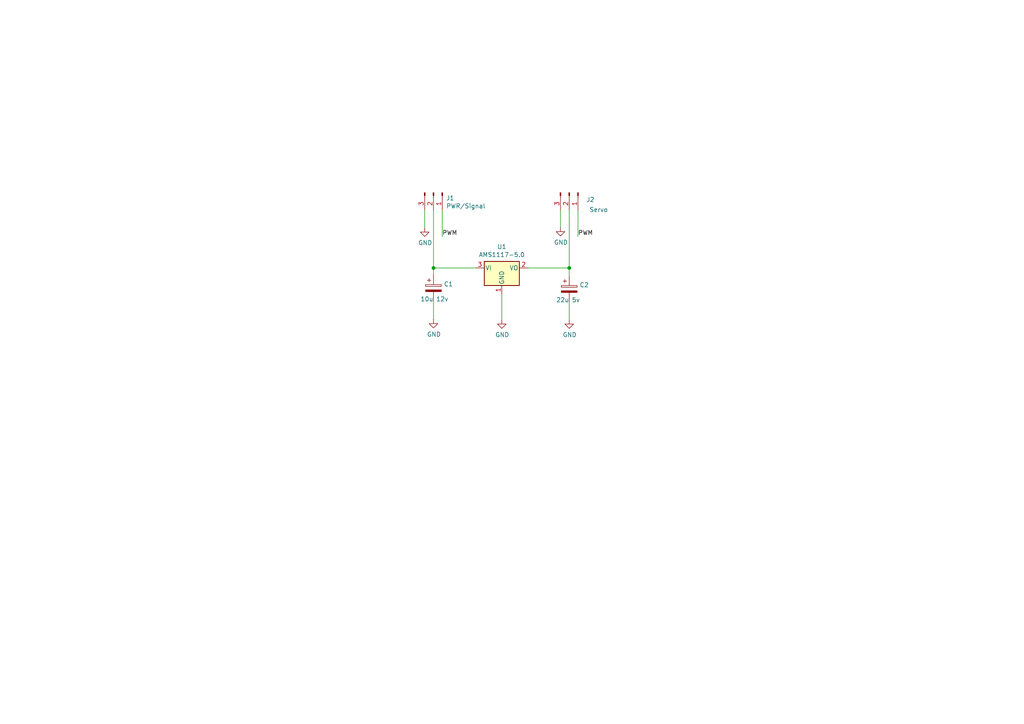
<source format=kicad_sch>
(kicad_sch (version 20230121) (generator eeschema)
  (paper "A4")
  (title_block (title "12v Servo Driver Module") (date "2022-09-19") (rev "A") (company "theworkisthework") (comment 1 "Licence MIT"))
  (lib_symbols
    (symbol "12v_servo_driver-rescue:CP-Device" (pin_numbers hide) (pin_names (offset 0.254))
      (property "Reference" "C" (at 0.635 2.54 0))
      (property "Value" "Device_CP" (at 0.635 -2.54 0))
      (symbol "CP-Device_0_1"
        (rectangle (start -2.286 0.508) (end 2.286 1.016))
        (polyline (pts (xy -1.778 2.286) (xy -0.762 2.286)))
        (polyline (pts (xy -1.27 2.794) (xy -1.27 1.778)))
        (rectangle (start 2.286 -0.508) (end -2.286 -1.016) (fill (type outline)))
      )
      (symbol "CP-Device_1_1"
        (pin passive line (at 0 3.81 270) (length 2.794) (name "~") (number "1"))
        (pin passive line (at 0 -3.81 90) (length 2.794) (name "~") (number "2"))
      )
    )
    (symbol "12v_servo_driver-rescue:Conn_01x03_Male-Connector" (pin_names (offset 1.016) hide)
      (property "Reference" "J" (at 0 5.08 0))
      (property "Value" "Connector_Conn_01x03_Male" (at 0 -5.08 0))
      (symbol "Conn_01x03_Male-Connector_1_1"
        (polyline (pts (xy 1.27 -2.54) (xy 0.8636 -2.54)) (stroke (width 0.1524)))
        (polyline (pts (xy 1.27 0) (xy 0.8636 0)) (stroke (width 0.1524)))
        (polyline (pts (xy 1.27 2.54) (xy 0.8636 2.54)) (stroke (width 0.1524)))
        (rectangle (start 0.8636 -2.413) (end 0 -2.667) (stroke (width 0.1524)) (fill (type outline)))
        (rectangle (start 0.8636 0.127) (end 0 -0.127) (stroke (width 0.1524)) (fill (type outline)))
        (rectangle (start 0.8636 2.667) (end 0 2.413) (stroke (width 0.1524)) (fill (type outline)))
        (pin passive line (at 5.08 2.54 180) (length 3.81) (name "Pin_1") (number "1"))
        (pin passive line (at 5.08 0 180) (length 3.81) (name "Pin_2") (number "2"))
        (pin passive line (at 5.08 -2.54 180) (length 3.81) (name "Pin_3") (number "3"))
      )
    )
    (symbol "Regulator_Linear:AZ1117-5.0" (pin_names (offset 0.254))
      (property "Reference" "U" (at -3.81 3.175 0))
      (property "Value" "AZ1117-5.0" (at 0 3.175 0))
      (symbol "AZ1117-5.0_0_1"
        (rectangle (start -5.08 1.905) (end 5.08 -5.08) (stroke (width 0.254)) (fill (type background)))
      )
      (symbol "AZ1117-5.0_1_1"
        (pin power_in line (at 0 -7.62 90) (length 2.54) (name "GND") (number "1"))
        (pin power_out line (at 7.62 0 180) (length 2.54) (name "VO") (number "2"))
        (pin power_in line (at -7.62 0 0) (length 2.54) (name "VI") (number "3"))
      )
    )
    (symbol "power:GND" (power) (pin_names (offset 0))
      (property "Value" "GND" (at 0 -3.81 0))
      (symbol "GND_0_1"
        (polyline (pts (xy 0 0) (xy 0 -1.27) (xy 1.27 -1.27) (xy 0 -2.54) (xy -1.27 -1.27) (xy 0 -1.27)))
      )
      (symbol "GND_1_1"
        (pin power_in line (at 0 0 270) (length 0) hide (name "GND") (number "1"))
      )
    )
  )
  (junction (at 125.73 77.724))
  (junction (at 165.1 77.724))
  (wire (pts (xy 165.1 60.96) (xy 165.1 77.724)))
  (wire (pts (xy 123.19 60.96) (xy 123.19 66.04)))
  (wire (pts (xy 153.162 77.724) (xy 165.1 77.724)))
  (wire (pts (xy 165.1 80.01) (xy 165.1 77.724)))
  (wire (pts (xy 125.73 77.724) (xy 137.922 77.724)))
  (wire (pts (xy 125.73 79.756) (xy 125.73 77.724)))
  (wire (pts (xy 125.73 87.376) (xy 125.73 92.583)))
  (wire (pts (xy 162.56 60.96) (xy 162.56 65.913)))
  (wire (pts (xy 167.64 60.96) (xy 167.64 68.58)))
  (wire (pts (xy 125.73 60.96) (xy 125.73 77.724)))
  (wire (pts (xy 128.27 60.96) (xy 128.27 68.58)))
  (wire (pts (xy 145.542 85.344) (xy 145.542 92.71)))
  (wire (pts (xy 165.1 87.63) (xy 165.1 92.71)))
  (label "PWM" (at 128.27 68.58 0))
  (label "PWM" (at 167.64 68.58 0))
  (symbol (lib_id "12v_servo_driver-rescue:Conn_01x03_Male-Connector") (at 165.1 55.88 270) (unit 1)
    (property "Reference" "J2" (at 170.053 57.912 90) (effects (justify left)))
    (property "Value" "Servo" (at 170.942 60.833 90) (effects (justify left)))
    (property "Footprint" "Connector_PinHeader_2.54mm:PinHeader_1x03_P2.54mm_Horizontal" (effects hide))
    (property "LCSC" "C8886" (effects hide))
  )
  (symbol (lib_id "power:GND") (at 165.1 92.71 0) (unit 1)
    (property "Reference" "#PWR0103" (effects hide))
    (property "Value" "GND" (at 165.227 97.1042 0))
  )
  (symbol (lib_id "power:GND") (at 123.19 66.04 0) (unit 1)
    (property "Reference" "#PWR0105" (effects hide))
    (property "Value" "GND" (at 123.317 70.4342 0))
  )
  (symbol (lib_id "12v_servo_driver-rescue:CP-Device") (at 125.73 83.566 0) (unit 1)
    (property "Reference" "C1" (at 128.7272 82.3976 0) (effects (justify left)))
    (property "Value" "10u 12v" (at 121.92 86.741 0) (effects (justify left)))
    (property "Footprint" "Capacitor_Tantalum_SMD:CP_EIA-3528-21_Kemet-B" (effects hide))
    (property "LCSC" "C117028" (effects hide))
  )
  (symbol (lib_id "power:GND") (at 125.73 92.583 0) (unit 1)
    (property "Reference" "#PWR01" (effects hide))
    (property "Value" "GND" (at 125.857 96.9772 0))
  )
  (symbol (lib_id "12v_servo_driver-rescue:Conn_01x03_Male-Connector") (at 125.73 55.88 270) (unit 1)
    (property "Reference" "J1" (at 129.3876 57.4548 90) (effects (justify left)))
    (property "Value" "PWR/Signal" (at 129.3876 59.7662 90) (effects (justify left)))
    (property "Footprint" "Connector_JST:JST_PH_S3B-PH-K_1x03_P2.00mm_Horizontal" (effects hide))
    (property "LCSC" "C146083" (effects hide))
  )
  (symbol (lib_id "12v_servo_driver-rescue:CP-Device") (at 165.1 83.82 0) (unit 1)
    (property "Reference" "C2" (at 168.0972 82.6516 0) (effects (justify left)))
    (property "Value" "22u 5v" (at 161.29 86.995 0) (effects (justify left)))
    (property "Footprint" "Capacitor_Tantalum_SMD:CP_EIA-3528-21_Kemet-B" (effects hide))
    (property "LCSC" "C2798070" (effects hide))
  )
  (symbol (lib_id "Regulator_Linear:AZ1117-5.0") (at 145.542 77.724 0) (unit 1)
    (property "Reference" "U1" (at 145.542 71.5772 0))
    (property "Value" "AMS1117-5.0" (at 145.542 73.8886 0))
    (property "Footprint" "Package_TO_SOT_SMD:SOT-223" (effects hide))
    (property "Datasheet" "https://datasheet.lcsc.com/lcsc/2110111730_UMW-Youtai-Semiconductor-Co---Ltd--AMS1117-5-0_C347223.pdf" (effects hide))
    (property "LCSC" "C347223" (effects hide))
  )
  (symbol (lib_id "power:GND") (at 162.56 65.913 0) (unit 1)
    (property "Reference" "#PWR0101" (effects hide))
    (property "Value" "GND" (at 162.687 70.3072 0))
  )
  (symbol (lib_id "power:GND") (at 145.542 92.71 0) (unit 1)
    (property "Reference" "#PWR0102" (effects hide))
    (property "Value" "GND" (at 145.669 97.1042 0))
  )
)
</source>
